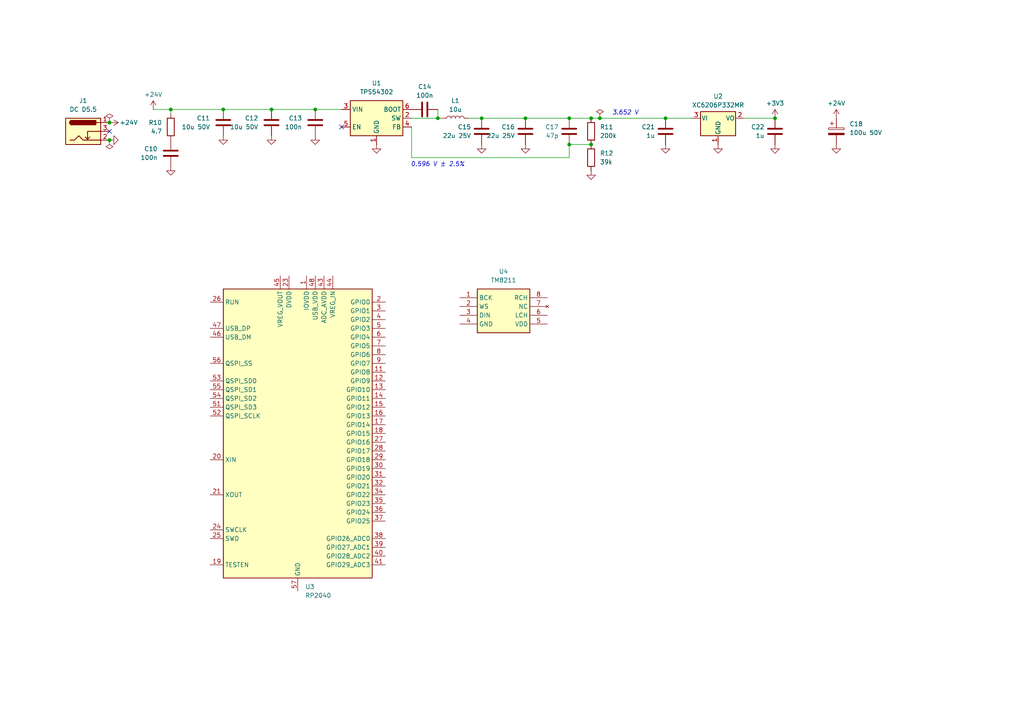
<source format=kicad_sch>
(kicad_sch (version 20250114) (generator "eeschema") (generator_version "9.0")
  (paper "A4")
  (lib_symbols
    (symbol "Connector:Barrel_Jack_Switch" (pin_names (hide yes))
      (property "Reference" "J" (at 0 5.334 0))
      (property "Value" "Barrel_Jack_Switch" (at 0 -5.08 0))
      (symbol "Barrel_Jack_Switch_0_1"
        (rectangle (start -5.08 3.81) (end 5.08 -3.81) (stroke (width 0.254)) (fill (type background)))
        (polyline (pts (xy -3.81 -2.54) (xy -2.54 -2.54) (xy -1.27 -1.27) (xy 0 -2.54) (xy 2.54 -2.54) (xy 5.08 -2.54)) (stroke (width 0.254)))
        (arc (start -3.302 1.905) (mid -3.9343 2.54) (end -3.302 3.175) (stroke (width 0.254)))
        (arc (start -3.302 1.905) (mid -3.9343 2.54) (end -3.302 3.175) (stroke (width 0.254)) (fill (type outline)))
        (polyline (pts (xy 1.27 -2.286) (xy 1.905 -1.651)) (stroke (width 0.254)))
        (rectangle (start 3.683 3.175) (end -3.302 1.905) (stroke (width 0.254)) (fill (type outline)))
        (polyline (pts (xy 5.08 2.54) (xy 3.81 2.54)) (stroke (width 0.254)))
        (polyline (pts (xy 5.08 0) (xy 1.27 0) (xy 1.27 -2.286) (xy 0.635 -1.651)) (stroke (width 0.254)))
      )
      (symbol "Barrel_Jack_Switch_1_1"
        (pin passive line (at 7.62 2.54 180) (length 2.54) (name "~") (number "1"))
        (pin passive line (at 7.62 0 180) (length 2.54) (name "~") (number "3"))
        (pin passive line (at 7.62 -2.54 180) (length 2.54) (name "~") (number "2"))
      )
    )
    (symbol "Device:C" (pin_numbers (hide yes)) (pin_names (offset 0.254))
      (property "Reference" "C" (at 0.635 2.54 0))
      (property "Value" "C" (at 0.635 -2.54 0))
      (symbol "C_0_1"
        (polyline (pts (xy -2.032 0.762) (xy 2.032 0.762)) (stroke (width 0.508)))
        (polyline (pts (xy -2.032 -0.762) (xy 2.032 -0.762)) (stroke (width 0.508)))
      )
      (symbol "C_1_1"
        (pin passive line (at 0 3.81 270) (length 2.794) (name "~") (number "1"))
        (pin passive line (at 0 -3.81 90) (length 2.794) (name "~") (number "2"))
      )
    )
    (symbol "Device:C_Polarized" (pin_numbers (hide yes)) (pin_names (offset 0.254))
      (property "Reference" "C" (at 0.635 2.54 0))
      (property "Value" "C_Polarized" (at 0.635 -2.54 0))
      (symbol "C_Polarized_0_1"
        (rectangle (start -2.286 0.508) (end 2.286 1.016))
        (polyline (pts (xy -1.778 2.286) (xy -0.762 2.286)))
        (polyline (pts (xy -1.27 2.794) (xy -1.27 1.778)))
        (rectangle (start 2.286 -0.508) (end -2.286 -1.016) (fill (type outline)))
      )
      (symbol "C_Polarized_1_1"
        (pin passive line (at 0 3.81 270) (length 2.794) (name "~") (number "1"))
        (pin passive line (at 0 -3.81 90) (length 2.794) (name "~") (number "2"))
      )
    )
    (symbol "Device:L" (pin_numbers (hide yes)) (pin_names (offset 1.016) (hide yes))
      (property "Reference" "L" (at -1.27 0 90))
      (property "Value" "L" (at 1.905 0 90))
      (symbol "L_0_1"
        (arc (start 0 2.54) (mid 0.6323 1.905) (end 0 1.27))
        (arc (start 0 1.27) (mid 0.6323 0.635) (end 0 0))
        (arc (start 0 0) (mid 0.6323 -0.635) (end 0 -1.27))
        (arc (start 0 -1.27) (mid 0.6323 -1.905) (end 0 -2.54))
      )
      (symbol "L_1_1"
        (pin passive line (at 0 3.81 270) (length 1.27) (name "1") (number "1"))
        (pin passive line (at 0 -3.81 90) (length 1.27) (name "2") (number "2"))
      )
    )
    (symbol "Device:R" (pin_numbers (hide yes)) (pin_names (offset 0))
      (property "Reference" "R" (at 2.032 0 90))
      (property "Value" "R" (at 0 0 90))
      (symbol "R_0_1"
        (rectangle (start -1.016 -2.54) (end 1.016 2.54) (stroke (width 0.254)))
      )
      (symbol "R_1_1"
        (pin passive line (at 0 3.81 270) (length 1.27) (name "~") (number "1"))
        (pin passive line (at 0 -3.81 90) (length 1.27) (name "~") (number "2"))
      )
    )
    (symbol "GND_1" (power) (pin_numbers (hide yes)) (pin_names (offset 0) (hide yes))
      (property "Value" "GND" (at 0 -3.81 0))
      (symbol "GND_1_0_1"
        (polyline (pts (xy 0 0) (xy 0 -1.27) (xy 1.27 -1.27) (xy 0 -2.54) (xy -1.27 -1.27) (xy 0 -1.27)))
      )
      (symbol "GND_1_1_1"
        (pin power_in line (at 0 0 270) (length 0) (name "~") (number "1"))
      )
    )
    (symbol "MCU_RaspberryPi:RP2040"
      (property "Reference" "U" (at 17.78 45.72 0))
      (property "Value" "RP2040" (at 17.78 43.18 0))
      (symbol "RP2040_0_1"
        (rectangle (start -21.59 41.91) (end 21.59 -41.91) (stroke (width 0.254)) (fill (type background)))
      )
      (symbol "RP2040_1_1"
        (pin input line (at -25.4 38.1 0) (length 3.81) (name "RUN") (number "26"))
        (pin bidirectional line (at -25.4 30.48 0) (length 3.81) (name "USB_DP") (number "47"))
        (pin bidirectional line (at -25.4 27.94 0) (length 3.81) (name "USB_DM") (number "46"))
        (pin bidirectional line (at -25.4 20.32 0) (length 3.81) (name "QSPI_SS") (number "56"))
        (pin bidirectional line (at -25.4 15.24 0) (length 3.81) (name "QSPI_SD0") (number "53"))
        (pin bidirectional line (at -25.4 12.7 0) (length 3.81) (name "QSPI_SD1") (number "55"))
        (pin bidirectional line (at -25.4 10.16 0) (length 3.81) (name "QSPI_SD2") (number "54"))
        (pin bidirectional line (at -25.4 7.62 0) (length 3.81) (name "QSPI_SD3") (number "51"))
        (pin output line (at -25.4 5.08 0) (length 3.81) (name "QSPI_SCLK") (number "52"))
        (pin input line (at -25.4 -7.62 0) (length 3.81) (name "XIN") (number "20"))
        (pin passive line (at -25.4 -17.78 0) (length 3.81) (name "XOUT") (number "21"))
        (pin input line (at -25.4 -27.94 0) (length 3.81) (name "SWCLK") (number "24"))
        (pin bidirectional line (at -25.4 -30.48 0) (length 3.81) (name "SWD") (number "25"))
        (pin input line (at -25.4 -38.1 0) (length 3.81) (name "TESTEN") (number "19"))
        (pin power_out line (at -5.08 45.72 270) (length 3.81) (name "VREG_VOUT") (number "45"))
        (pin power_in line (at -2.54 45.72 270) (length 3.81) (name "DVDD") (number "23"))
        (pin passive line (at -2.54 45.72 270) (length 3.81) (hide yes) (name "DVDD") (number "50"))
        (pin power_in line (at 0 -45.72 90) (length 3.81) (name "GND") (number "57"))
        (pin power_in line (at 2.54 45.72 270) (length 3.81) (name "IOVDD") (number "1"))
        (pin passive line (at 2.54 45.72 270) (length 3.81) (hide yes) (name "IOVDD") (number "10"))
        (pin passive line (at 2.54 45.72 270) (length 3.81) (hide yes) (name "IOVDD") (number "22"))
        (pin passive line (at 2.54 45.72 270) (length 3.81) (hide yes) (name "IOVDD") (number "33"))
        (pin passive line (at 2.54 45.72 270) (length 3.81) (hide yes) (name "IOVDD") (number "42"))
        (pin passive line (at 2.54 45.72 270) (length 3.81) (hide yes) (name "IOVDD") (number "49"))
        (pin power_in line (at 5.08 45.72 270) (length 3.81) (name "USB_VDD") (number "48"))
        (pin power_in line (at 7.62 45.72 270) (length 3.81) (name "ADC_AVDD") (number "43"))
        (pin power_in line (at 10.16 45.72 270) (length 3.81) (name "VREG_IN") (number "44"))
        (pin bidirectional line (at 25.4 38.1 180) (length 3.81) (name "GPIO0") (number "2"))
        (pin bidirectional line (at 25.4 35.56 180) (length 3.81) (name "GPIO1") (number "3"))
        (pin bidirectional line (at 25.4 33.02 180) (length 3.81) (name "GPIO2") (number "4"))
        (pin bidirectional line (at 25.4 30.48 180) (length 3.81) (name "GPIO3") (number "5"))
        (pin bidirectional line (at 25.4 27.94 180) (length 3.81) (name "GPIO4") (number "6"))
        (pin bidirectional line (at 25.4 25.4 180) (length 3.81) (name "GPIO5") (number "7"))
        (pin bidirectional line (at 25.4 22.86 180) (length 3.81) (name "GPIO6") (number "8"))
        (pin bidirectional line (at 25.4 20.32 180) (length 3.81) (name "GPIO7") (number "9"))
        (pin bidirectional line (at 25.4 17.78 180) (length 3.81) (name "GPIO8") (number "11"))
        (pin bidirectional line (at 25.4 15.24 180) (length 3.81) (name "GPIO9") (number "12"))
        (pin bidirectional line (at 25.4 12.7 180) (length 3.81) (name "GPIO10") (number "13"))
        (pin bidirectional line (at 25.4 10.16 180) (length 3.81) (name "GPIO11") (number "14"))
        (pin bidirectional line (at 25.4 7.62 180) (length 3.81) (name "GPIO12") (number "15"))
        (pin bidirectional line (at 25.4 5.08 180) (length 3.81) (name "GPIO13") (number "16"))
        (pin bidirectional line (at 25.4 2.54 180) (length 3.81) (name "GPIO14") (number "17"))
        (pin bidirectional line (at 25.4 0 180) (length 3.81) (name "GPIO15") (number "18"))
        (pin bidirectional line (at 25.4 -2.54 180) (length 3.81) (name "GPIO16") (number "27"))
        (pin bidirectional line (at 25.4 -5.08 180) (length 3.81) (name "GPIO17") (number "28"))
        (pin bidirectional line (at 25.4 -7.62 180) (length 3.81) (name "GPIO18") (number "29"))
        (pin bidirectional line (at 25.4 -10.16 180) (length 3.81) (name "GPIO19") (number "30"))
        (pin bidirectional line (at 25.4 -12.7 180) (length 3.81) (name "GPIO20") (number "31"))
        (pin bidirectional line (at 25.4 -15.24 180) (length 3.81) (name "GPIO21") (number "32"))
        (pin bidirectional line (at 25.4 -17.78 180) (length 3.81) (name "GPIO22") (number "34"))
        (pin bidirectional line (at 25.4 -20.32 180) (length 3.81) (name "GPIO23") (number "35"))
        (pin bidirectional line (at 25.4 -22.86 180) (length 3.81) (name "GPIO24") (number "36"))
        (pin bidirectional line (at 25.4 -25.4 180) (length 3.81) (name "GPIO25") (number "37"))
        (pin bidirectional line (at 25.4 -30.48 180) (length 3.81) (name "GPIO26_ADC0") (number "38"))
        (pin bidirectional line (at 25.4 -33.02 180) (length 3.81) (name "GPIO27_ADC1") (number "39"))
        (pin bidirectional line (at 25.4 -35.56 180) (length 3.81) (name "GPIO28_ADC2") (number "40"))
        (pin bidirectional line (at 25.4 -38.1 180) (length 3.81) (name "GPIO29_ADC3") (number "41"))
      )
    )
    (symbol "Regulator_Linear:XC6206PxxxMR" (pin_names (offset 0.254))
      (property "Reference" "U" (at -3.81 3.175 0))
      (property "Value" "XC6206PxxxMR" (at 0 3.175 0))
      (symbol "XC6206PxxxMR_0_1"
        (rectangle (start -5.08 1.905) (end 5.08 -5.08) (stroke (width 0.254)) (fill (type background)))
      )
      (symbol "XC6206PxxxMR_1_1"
        (pin power_in line (at -7.62 0 0) (length 2.54) (name "VI") (number "3"))
        (pin power_in line (at 0 -7.62 90) (length 2.54) (name "GND") (number "1"))
        (pin power_out line (at 7.62 0 180) (length 2.54) (name "VO") (number "2"))
      )
    )
    (symbol "Regulator_Switching:TPS54302"
      (property "Reference" "U" (at -7.62 6.35 0))
      (property "Value" "TPS54302" (at 0 6.35 0))
      (symbol "TPS54302_0_1"
        (rectangle (start -7.62 5.08) (end 7.62 -5.08) (stroke (width 0.254)) (fill (type background)))
      )
      (symbol "TPS54302_1_1"
        (pin power_in line (at -10.16 2.54 0) (length 2.54) (name "VIN") (number "3"))
        (pin input line (at -10.16 -2.54 0) (length 2.54) (name "EN") (number "5"))
        (pin power_in line (at 0 -7.62 90) (length 2.54) (name "GND") (number "1"))
        (pin passive line (at 10.16 2.54 180) (length 2.54) (name "BOOT") (number "6"))
        (pin power_out line (at 10.16 0 180) (length 2.54) (name "SW") (number "2"))
        (pin input line (at 10.16 -2.54 180) (length 2.54) (name "FB") (number "4"))
      )
    )
    (symbol "TM8211:TM8211"
      (property "Reference" "U" (at 21.59 7.62 0))
      (property "Value" "TM8211" (at 21.59 5.08 0))
      (symbol "TM8211_1_1"
        (rectangle (start 5.08 2.54) (end 20.32 -10.16) (stroke (width 0.254)) (fill (type background)))
        (pin passive line (at 0 0 0) (length 5.08) (name "BCK") (number "1"))
        (pin passive line (at 0 -2.54 0) (length 5.08) (name "WS") (number "2"))
        (pin passive line (at 0 -5.08 0) (length 5.08) (name "DIN") (number "3"))
        (pin passive line (at 0 -7.62 0) (length 5.08) (name "GND") (number "4"))
        (pin passive line (at 25.4 0 180) (length 5.08) (name "RCH") (number "8"))
        (pin no_connect line (at 25.4 -2.54 180) (length 5.08) (name "NC") (number "7"))
        (pin passive line (at 25.4 -5.08 180) (length 5.08) (name "LCH") (number "6"))
        (pin passive line (at 25.4 -7.62 180) (length 5.08) (name "VDD") (number "5"))
      )
    )
    (symbol "power:+24V" (power) (pin_numbers (hide yes)) (pin_names (offset 0) (hide yes))
      (property "Value" "+24V" (at 0 3.556 0))
      (symbol "+24V_0_1"
        (polyline (pts (xy -0.762 1.27) (xy 0 2.54)))
        (polyline (pts (xy 0 2.54) (xy 0.762 1.27)))
        (polyline (pts (xy 0 0) (xy 0 2.54)))
      )
      (symbol "+24V_1_1"
        (pin power_in line (at 0 0 90) (length 0) (name "~") (number "1"))
      )
    )
    (symbol "power:+3V3" (power) (pin_numbers (hide yes)) (pin_names (offset 0) (hide yes))
      (property "Value" "+3V3" (at 0 3.556 0))
      (symbol "+3V3_0_1"
        (polyline (pts (xy -0.762 1.27) (xy 0 2.54)))
        (polyline (pts (xy 0 2.54) (xy 0.762 1.27)))
        (polyline (pts (xy 0 0) (xy 0 2.54)))
      )
      (symbol "+3V3_1_1"
        (pin power_in line (at 0 0 90) (length 0) (name "~") (number "1"))
      )
    )
    (symbol "power:GND" (power) (pin_numbers (hide yes)) (pin_names (offset 0) (hide yes))
      (property "Value" "GND" (at 0 -3.81 0))
      (symbol "GND_0_1"
        (polyline (pts (xy 0 0) (xy 0 -1.27) (xy 1.27 -1.27) (xy 0 -2.54) (xy -1.27 -1.27) (xy 0 -1.27)))
      )
      (symbol "GND_1_1"
        (pin power_in line (at 0 0 270) (length 0) (name "~") (number "1"))
      )
    )
    (symbol "power:PWR_FLAG" (power) (pin_numbers (hide yes)) (pin_names (offset 0) (hide yes))
      (property "Value" "PWR_FLAG" (at 0 3.81 0))
      (symbol "PWR_FLAG_0_0"
        (pin power_out line (at 0 0 90) (length 0) (name "~") (number "1"))
      )
      (symbol "PWR_FLAG_0_1"
        (polyline (pts (xy 0 0) (xy 0 1.27) (xy -1.016 1.905) (xy 0 2.54) (xy 1.016 1.905) (xy 0 1.27)))
      )
    )
  )
  (text "0.596 V ± 2.5%" (at 119.126 48.514 0) (effects (font (size 1.27 1.27) (italic yes)) (justify left bottom)))
  (text "3.652 V" (at 177.546 33.528 0) (effects (font (size 1.27 1.27) (italic yes)) (justify left bottom)))
  (junction (at 165.1 34.29))
  (junction (at 193.04 34.29))
  (junction (at 64.77 31.75))
  (junction (at 139.7 34.29))
  (junction (at 173.99 34.29))
  (junction (at 127 34.29))
  (junction (at 78.74 31.75))
  (junction (at 171.45 34.29))
  (junction (at 152.4 34.29))
  (junction (at 165.1 41.91))
  (junction (at 31.75 35.56))
  (junction (at 91.44 31.75))
  (junction (at 31.75 40.64))
  (junction (at 224.79 34.29))
  (junction (at 171.45 41.91))
  (junction (at 49.53 31.75))
  (no_connect (at 31.75 38.1))
  (no_connect (at 99.06 36.83))
  (wire (pts (xy 128.27 34.29) (xy 127 34.29)))
  (wire (pts (xy 165.1 34.29) (xy 171.45 34.29)))
  (wire (pts (xy 44.45 31.75) (xy 49.53 31.75)))
  (wire (pts (xy 171.45 34.29) (xy 173.99 34.29)))
  (wire (pts (xy 119.38 36.83) (xy 119.38 45.72)))
  (wire (pts (xy 165.1 45.72) (xy 165.1 41.91)))
  (wire (pts (xy 152.4 34.29) (xy 165.1 34.29)))
  (wire (pts (xy 173.99 34.29) (xy 193.04 34.29)))
  (wire (pts (xy 78.74 31.75) (xy 91.44 31.75)))
  (wire (pts (xy 224.79 34.29) (xy 215.9 34.29)))
  (wire (pts (xy 139.7 34.29) (xy 152.4 34.29)))
  (wire (pts (xy 127 31.75) (xy 127 34.29)))
  (wire (pts (xy 193.04 34.29) (xy 200.66 34.29)))
  (wire (pts (xy 135.89 34.29) (xy 139.7 34.29)))
  (wire (pts (xy 49.53 31.75) (xy 64.77 31.75)))
  (wire (pts (xy 49.53 31.75) (xy 49.53 33.02)))
  (wire (pts (xy 91.44 31.75) (xy 99.06 31.75)))
  (wire (pts (xy 119.38 34.29) (xy 127 34.29)))
  (wire (pts (xy 119.38 45.72) (xy 165.1 45.72)))
  (wire (pts (xy 64.77 31.75) (xy 78.74 31.75)))
  (wire (pts (xy 165.1 41.91) (xy 171.45 41.91)))
  (symbol (lib_id "Device:R") (at 171.45 45.72 0) (unit 1)
    (property "Reference" "R12" (at 173.99 44.4499 0) (effects (justify left)))
    (property "Value" "39k" (at 173.99 46.9899 0) (effects (justify left)))
    (property "Footprint" "Resistor_SMD:R_0402_1005Metric" (effects (hide yes)))
    (property "Description" "Resistor" (effects (hide yes)))
  )
  (symbol (lib_id "power:PWR_FLAG") (at 31.75 35.56 0) (unit 1)
    (property "Reference" "#FLG05" (effects (hide yes)))
    (property "Value" "PWR_FLAG" (effects (hide yes)))
    (property "Description" "Special symbol for telling ERC where power comes from" (effects (hide yes)))
  )
  (symbol (lib_id "Device:C") (at 49.53 44.45 0) (mirror y) (unit 1)
    (property "Reference" "C10" (at 45.72 43.1799 0) (effects (justify left)))
    (property "Value" "100n" (at 45.72 45.7199 0) (effects (justify left)))
    (property "Footprint" "Capacitor_SMD:C_0402_1005Metric" (effects (hide yes)))
    (property "Description" "Unpolarized capacitor" (effects (hide yes)))
  )
  (symbol (lib_name "GND_1") (lib_id "power:GND") (at 208.28 41.91 0) (unit 1)
    (property "Reference" "#PWR044" (effects (hide yes)))
    (property "Value" "GND" (effects (hide yes)))
    (property "Description" "Power symbol creates a global label with name \"GND\" , ground" (effects (hide yes)))
  )
  (symbol (lib_id "power:GND") (at 64.77 39.37 0) (unit 1)
    (property "Reference" "#PWR09" (effects (hide yes)))
    (property "Value" "GND" (effects (hide yes)))
    (property "Description" "Power symbol creates a global label with name \"GND\" , ground" (effects (hide yes)))
  )
  (symbol (lib_id "power:+24V") (at 31.75 35.56 270) (unit 1)
    (property "Reference" "#PWR04" (effects (hide yes)))
    (property "Value" "+24V" (at 37.338 35.56 90))
    (property "Description" "Power symbol creates a global label with name \"+24V\"" (effects (hide yes)))
  )
  (symbol (lib_id "Device:R") (at 49.53 36.83 0) (unit 1)
    (property "Reference" "R10" (at 46.99 35.5599 0) (effects (justify right)))
    (property "Value" "4.7" (at 46.99 38.0999 0) (effects (justify right)))
    (property "Footprint" "Resistor_SMD:R_0402_1005Metric" (effects (hide yes)))
    (property "Description" "Resistor" (effects (hide yes)))
  )
  (symbol (lib_name "GND_1") (lib_id "power:GND") (at 224.79 41.91 0) (unit 1)
    (property "Reference" "#PWR045" (effects (hide yes)))
    (property "Value" "GND" (effects (hide yes)))
    (property "Description" "Power symbol creates a global label with name \"GND\" , ground" (effects (hide yes)))
  )
  (symbol (lib_id "Regulator_Linear:XC6206PxxxMR") (at 208.28 34.29 0) (unit 1)
    (property "Reference" "U2" (at 208.28 27.94 0))
    (property "Value" "XC6206P332MR" (at 208.28 30.48 0))
    (property "Footprint" "Package_TO_SOT_SMD:SOT-23-3" (effects (hide yes)))
    (property "Datasheet" "https://www.torexsemi.com/file/xc6206/XC6206.pdf" (effects (hide yes)))
    (property "Description" "Positive 60-250mA Low Dropout Regulator, Fixed Output, SOT-23" (effects (hide yes)))
    (property "LCSC PN" "C5446" (effects (hide yes)))
  )
  (symbol (lib_id "Device:C") (at 78.74 35.56 0) (mirror y) (unit 1)
    (property "Reference" "C12" (at 74.93 34.2899 0) (effects (justify left)))
    (property "Value" "10u 50V" (at 74.93 36.8299 0) (effects (justify left)))
    (property "Footprint" "Capacitor_SMD:C_0805_2012Metric" (effects (hide yes)))
    (property "Description" "Unpolarized capacitor" (effects (hide yes)))
  )
  (symbol (lib_id "Connector:Barrel_Jack_Switch") (at 24.13 38.1 0) (unit 1)
    (property "Reference" "J1" (at 24.13 29.21 0))
    (property "Value" "DC D5.5" (at 24.13 31.75 0))
    (property "Footprint" "Connector_BarrelJack:BarrelJack_Kycon_KLDX-0202-xC_Horizontal" (effects (hide yes)))
    (property "Description" "DC Barrel Jack with an internal switch" (effects (hide yes)))
  )
  (symbol (lib_id "power:PWR_FLAG") (at 31.75 40.64 180) (unit 1)
    (property "Reference" "#FLG06" (effects (hide yes)))
    (property "Value" "PWR_FLAG" (effects (hide yes)))
    (property "Description" "Special symbol for telling ERC where power comes from" (effects (hide yes)))
  )
  (symbol (lib_id "power:+24V") (at 242.57 34.29 0) (unit 1)
    (property "Reference" "#PWR05" (effects (hide yes)))
    (property "Value" "+24V" (at 242.57 29.972 0))
    (property "Description" "Power symbol creates a global label with name \"+24V\"" (effects (hide yes)))
  )
  (symbol (lib_id "Device:C_Polarized") (at 242.57 38.1 0) (unit 1)
    (property "Reference" "C18" (at 246.38 35.9409 0) (effects (justify left)))
    (property "Value" "100u 50V" (at 246.38 38.4809 0) (effects (justify left)))
    (property "Footprint" "Capacitor_SMD:CP_Elec_6.3x7.7" (effects (hide yes)))
    (property "Description" "Polarized capacitor" (effects (hide yes)))
    (property "LCSC PN" "C696188" (effects (hide yes)))
    (property "Mfr PN" "RVT1E221M0607" (effects (hide yes)))
  )
  (symbol (lib_id "power:+3V3") (at 224.79 34.29 0) (unit 1)
    (property "Reference" "#PWR029" (effects (hide yes)))
    (property "Value" "+3V3" (at 224.79 29.972 0))
    (property "Description" "Power symbol creates a global label with name \"+3V3\"" (effects (hide yes)))
  )
  (symbol (lib_id "power:GND") (at 31.75 40.64 90) (unit 1)
    (property "Reference" "#PWR014" (effects (hide yes)))
    (property "Value" "GND" (effects (hide yes)))
    (property "Description" "Power symbol creates a global label with name \"GND\" , ground" (effects (hide yes)))
  )
  (symbol (lib_id "power:GND") (at 242.57 41.91 0) (unit 1)
    (property "Reference" "#PWR075" (effects (hide yes)))
    (property "Value" "GND" (effects (hide yes)))
    (property "Description" "Power symbol creates a global label with name \"GND\" , ground" (effects (hide yes)))
  )
  (symbol (lib_id "Device:C") (at 165.1 38.1 0) (mirror y) (unit 1)
    (property "Reference" "C17" (at 162.052 36.83 0) (effects (justify left)))
    (property "Value" "47p" (at 162.052 39.37 0) (effects (justify left)))
    (property "Footprint" "Capacitor_SMD:C_0402_1005Metric" (effects (hide yes)))
    (property "Description" "Unpolarized capacitor" (effects (hide yes)))
  )
  (symbol (lib_id "TM8211:TM8211") (at 133.35 86.36 0) (unit 1)
    (property "Reference" "U4" (at 146.05 78.74 0))
    (property "Value" "TM8211" (at 146.05 81.28 0))
    (property "Footprint" "Package_SO:SOP-8_3.9x4.9mm_P1.27mm" (effects (hide yes)))
    (property "Datasheet" "https://datasheet.lcsc.com/szlcsc/Shenzhen-Titan-Micro-Elec-TM8211_C92003.pdf" (effects (hide yes)))
    (property "Description" "16 2 SOP-8_150mil Digital To Analog Converters (DACs) RoHS" (effects (hide yes)))
    (property "Height" "1.96" (effects (hide yes)))
    (property "Manufacturer_Name" "TITAN MICRO ELECTRONICS" (effects (hide yes)))
    (property "Manufacturer_Part_Number" "TM8211" (effects (hide yes)))
  )
  (symbol (lib_id "Device:R") (at 171.45 38.1 0) (unit 1)
    (property "Reference" "R11" (at 173.99 36.8299 0) (effects (justify left)))
    (property "Value" "200k" (at 173.99 39.3699 0) (effects (justify left)))
    (property "Footprint" "Resistor_SMD:R_0402_1005Metric" (effects (hide yes)))
    (property "Description" "Resistor" (effects (hide yes)))
  )
  (symbol (lib_id "Device:C") (at 91.44 35.56 0) (mirror y) (unit 1)
    (property "Reference" "C13" (at 87.63 34.2899 0) (effects (justify left)))
    (property "Value" "100n" (at 87.63 36.8299 0) (effects (justify left)))
    (property "Footprint" "Capacitor_SMD:C_0402_1005Metric" (effects (hide yes)))
    (property "Description" "Unpolarized capacitor" (effects (hide yes)))
  )
  (symbol (lib_id "Device:C") (at 139.7 38.1 0) (mirror y) (unit 1)
    (property "Reference" "C15" (at 136.652 36.83 0) (effects (justify left)))
    (property "Value" "22u 25V" (at 136.652 39.37 0) (effects (justify left)))
    (property "Footprint" "Capacitor_SMD:C_0805_2012Metric" (effects (hide yes)))
    (property "Description" "Unpolarized capacitor" (effects (hide yes)))
  )
  (symbol (lib_id "power:GND") (at 78.74 39.37 0) (unit 1)
    (property "Reference" "#PWR012" (effects (hide yes)))
    (property "Value" "GND" (effects (hide yes)))
    (property "Description" "Power symbol creates a global label with name \"GND\" , ground" (effects (hide yes)))
  )
  (symbol (lib_id "Device:L") (at 132.08 34.29 90) (unit 1)
    (property "Reference" "L1" (at 132.08 29.21 90))
    (property "Value" "10u" (at 132.08 31.75 90))
    (property "Footprint" "Inductor_SMD:L_Sunlord_SWPA4030S" (effects (hide yes)))
    (property "Description" "Inductor" (effects (hide yes)))
    (property "Mfr PN" "SWPA4030S100MT" (effects (hide yes)))
  )
  (symbol (lib_id "Device:C") (at 152.4 38.1 0) (mirror y) (unit 1)
    (property "Reference" "C16" (at 149.352 36.83 0) (effects (justify left)))
    (property "Value" "22u 25V" (at 149.352 39.37 0) (effects (justify left)))
    (property "Footprint" "Capacitor_SMD:C_0805_2012Metric" (effects (hide yes)))
    (property "Description" "Unpolarized capacitor" (effects (hide yes)))
  )
  (symbol (lib_id "Device:C") (at 224.79 38.1 0) (mirror y) (unit 1)
    (property "Reference" "C22" (at 221.742 36.83 0) (effects (justify left)))
    (property "Value" "1u" (at 221.742 39.37 0) (effects (justify left)))
    (property "Footprint" "Capacitor_SMD:C_0402_1005Metric" (effects (hide yes)))
    (property "Description" "Unpolarized capacitor" (effects (hide yes)))
  )
  (symbol (lib_name "GND_1") (lib_id "power:GND") (at 193.04 41.91 0) (unit 1)
    (property "Reference" "#PWR035" (effects (hide yes)))
    (property "Value" "GND" (effects (hide yes)))
    (property "Description" "Power symbol creates a global label with name \"GND\" , ground" (effects (hide yes)))
  )
  (symbol (lib_id "Device:C") (at 193.04 38.1 0) (mirror y) (unit 1)
    (property "Reference" "C21" (at 189.992 36.83 0) (effects (justify left)))
    (property "Value" "1u" (at 189.992 39.37 0) (effects (justify left)))
    (property "Footprint" "Capacitor_SMD:C_0402_1005Metric" (effects (hide yes)))
    (property "Description" "Unpolarized capacitor" (effects (hide yes)))
  )
  (symbol (lib_id "Device:C") (at 64.77 35.56 0) (mirror y) (unit 1)
    (property "Reference" "C11" (at 60.96 34.2899 0) (effects (justify left)))
    (property "Value" "10u 50V" (at 60.96 36.8299 0) (effects (justify left)))
    (property "Footprint" "Capacitor_SMD:C_0805_2012Metric" (effects (hide yes)))
    (property "Description" "Unpolarized capacitor" (effects (hide yes)))
  )
  (symbol (lib_id "power:GND") (at 152.4 41.91 0) (unit 1)
    (property "Reference" "#PWR011" (effects (hide yes)))
    (property "Value" "GND" (effects (hide yes)))
    (property "Description" "Power symbol creates a global label with name \"GND\" , ground" (effects (hide yes)))
  )
  (symbol (lib_id "power:PWR_FLAG") (at 173.99 34.29 0) (unit 1)
    (property "Reference" "#FLG04" (effects (hide yes)))
    (property "Value" "PWR_FLAG" (effects (hide yes)))
    (property "Description" "Special symbol for telling ERC where power comes from" (effects (hide yes)))
  )
  (symbol (lib_id "Device:C") (at 123.19 31.75 90) (unit 1)
    (property "Reference" "C14" (at 123.19 25.146 90))
    (property "Value" "100n" (at 123.19 27.686 90))
    (property "Footprint" "Capacitor_SMD:C_0402_1005Metric" (effects (hide yes)))
    (property "Description" "Unpolarized capacitor" (effects (hide yes)))
  )
  (symbol (lib_id "power:GND") (at 109.22 41.91 0) (unit 1)
    (property "Reference" "#PWR01" (effects (hide yes)))
    (property "Value" "GND" (effects (hide yes)))
    (property "Description" "Power symbol creates a global label with name \"GND\" , ground" (effects (hide yes)))
  )
  (symbol (lib_id "power:GND") (at 49.53 48.26 0) (unit 1)
    (property "Reference" "#PWR08" (effects (hide yes)))
    (property "Value" "GND" (effects (hide yes)))
    (property "Description" "Power symbol creates a global label with name \"GND\" , ground" (effects (hide yes)))
  )
  (symbol (lib_id "power:GND") (at 171.45 49.53 0) (unit 1)
    (property "Reference" "#PWR013" (effects (hide yes)))
    (property "Value" "GND" (effects (hide yes)))
    (property "Description" "Power symbol creates a global label with name \"GND\" , ground" (effects (hide yes)))
  )
  (symbol (lib_id "power:GND") (at 91.44 39.37 0) (unit 1)
    (property "Reference" "#PWR043" (effects (hide yes)))
    (property "Value" "GND" (effects (hide yes)))
    (property "Description" "Power symbol creates a global label with name \"GND\" , ground" (effects (hide yes)))
  )
  (symbol (lib_id "MCU_RaspberryPi:RP2040") (at 86.36 125.73 0) (unit 1)
    (property "Reference" "U3" (at 88.5033 170.18 0) (effects (justify left)))
    (property "Value" "RP2040" (at 88.5033 172.72 0) (effects (justify left)))
    (property "Footprint" "Package_DFN_QFN:QFN-56-1EP_7x7mm_P0.4mm_EP3.2x3.2mm" (effects (hide yes)))
    (property "Datasheet" "https://datasheets.raspberrypi.com/rp2040/rp2040-datasheet.pdf" (effects (hide yes)))
    (property "Description" "A microcontroller by Raspberry Pi" (effects (hide yes)))
  )
  (symbol (lib_id "power:+24V") (at 44.45 31.75 0) (unit 1)
    (property "Reference" "#PWR03" (effects (hide yes)))
    (property "Value" "+24V" (at 44.45 27.432 0))
    (property "Description" "Power symbol creates a global label with name \"+24V\"" (effects (hide yes)))
  )
  (symbol (lib_id "power:GND") (at 139.7 41.91 0) (unit 1)
    (property "Reference" "#PWR010" (effects (hide yes)))
    (property "Value" "GND" (effects (hide yes)))
    (property "Description" "Power symbol creates a global label with name \"GND\" , ground" (effects (hide yes)))
  )
  (symbol (lib_id "Regulator_Switching:TPS54302") (at 109.22 34.29 0) (unit 1)
    (property "Reference" "U1" (at 109.22 24.13 0))
    (property "Value" "TPS54302" (at 109.22 26.67 0))
    (property "Footprint" "Package_TO_SOT_SMD:SOT-23-6" (effects (hide yes)))
    (property "Datasheet" "http://www.ti.com/lit/ds/symlink/tps54302.pdf" (effects (hide yes)))
    (property "Description" "3A, 4.5 to 28V Input, EMI Friendly integrated switch synchronous step-down regulator, pulse-skipping, SOT-23-6" (effects (hide yes)))
    (property "LCSC PN" "C311983" (effects (hide yes)))
  )
)
</source>
